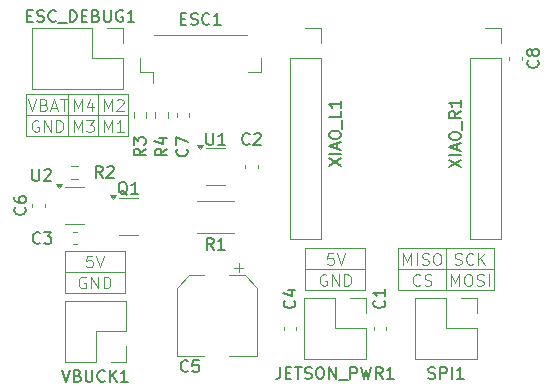
<source format=gbr>
%TF.GenerationSoftware,KiCad,Pcbnew,9.0.0*%
%TF.CreationDate,2025-05-03T14:05:23-04:00*%
%TF.ProjectId,Drone_ESC_Bridge,44726f6e-655f-4455-9343-5f4272696467,v1.1*%
%TF.SameCoordinates,Original*%
%TF.FileFunction,Legend,Top*%
%TF.FilePolarity,Positive*%
%FSLAX46Y46*%
G04 Gerber Fmt 4.6, Leading zero omitted, Abs format (unit mm)*
G04 Created by KiCad (PCBNEW 9.0.0) date 2025-05-03 14:05:23*
%MOMM*%
%LPD*%
G01*
G04 APERTURE LIST*
%ADD10C,0.100000*%
%ADD11C,0.150000*%
%ADD12C,0.120000*%
G04 APERTURE END LIST*
D10*
X151900000Y-127674000D02*
X151900000Y-124118000D01*
X155964000Y-125896000D02*
X147836000Y-125896000D01*
X119934000Y-114634000D02*
X119934000Y-111078000D01*
X116378000Y-111078000D02*
X125014000Y-111078000D01*
X125014000Y-114634000D01*
X116378000Y-114634000D01*
X116378000Y-111078000D01*
X124680000Y-126100000D02*
X119600000Y-126100000D01*
X125014000Y-112856000D02*
X116378000Y-112856000D01*
X147836000Y-124118000D02*
X155964000Y-124118000D01*
X155964000Y-127674000D01*
X147836000Y-127674000D01*
X147836000Y-124118000D01*
X140000000Y-124122000D02*
X145080000Y-124122000D01*
X145080000Y-127678000D01*
X140000000Y-127678000D01*
X140000000Y-124122000D01*
X122474000Y-114634000D02*
X122474000Y-111078000D01*
X119600000Y-124322000D02*
X124680000Y-124322000D01*
X124680000Y-127878000D01*
X119600000Y-127878000D01*
X119600000Y-124322000D01*
X145080000Y-125900000D02*
X140000000Y-125900000D01*
X141778095Y-126344038D02*
X141682857Y-126296419D01*
X141682857Y-126296419D02*
X141540000Y-126296419D01*
X141540000Y-126296419D02*
X141397143Y-126344038D01*
X141397143Y-126344038D02*
X141301905Y-126439276D01*
X141301905Y-126439276D02*
X141254286Y-126534514D01*
X141254286Y-126534514D02*
X141206667Y-126724990D01*
X141206667Y-126724990D02*
X141206667Y-126867847D01*
X141206667Y-126867847D02*
X141254286Y-127058323D01*
X141254286Y-127058323D02*
X141301905Y-127153561D01*
X141301905Y-127153561D02*
X141397143Y-127248800D01*
X141397143Y-127248800D02*
X141540000Y-127296419D01*
X141540000Y-127296419D02*
X141635238Y-127296419D01*
X141635238Y-127296419D02*
X141778095Y-127248800D01*
X141778095Y-127248800D02*
X141825714Y-127201180D01*
X141825714Y-127201180D02*
X141825714Y-126867847D01*
X141825714Y-126867847D02*
X141635238Y-126867847D01*
X142254286Y-127296419D02*
X142254286Y-126296419D01*
X142254286Y-126296419D02*
X142825714Y-127296419D01*
X142825714Y-127296419D02*
X142825714Y-126296419D01*
X143301905Y-127296419D02*
X143301905Y-126296419D01*
X143301905Y-126296419D02*
X143540000Y-126296419D01*
X143540000Y-126296419D02*
X143682857Y-126344038D01*
X143682857Y-126344038D02*
X143778095Y-126439276D01*
X143778095Y-126439276D02*
X143825714Y-126534514D01*
X143825714Y-126534514D02*
X143873333Y-126724990D01*
X143873333Y-126724990D02*
X143873333Y-126867847D01*
X143873333Y-126867847D02*
X143825714Y-127058323D01*
X143825714Y-127058323D02*
X143778095Y-127153561D01*
X143778095Y-127153561D02*
X143682857Y-127248800D01*
X143682857Y-127248800D02*
X143540000Y-127296419D01*
X143540000Y-127296419D02*
X143301905Y-127296419D01*
X122934476Y-114252419D02*
X122934476Y-113252419D01*
X122934476Y-113252419D02*
X123267809Y-113966704D01*
X123267809Y-113966704D02*
X123601142Y-113252419D01*
X123601142Y-113252419D02*
X123601142Y-114252419D01*
X124601142Y-114252419D02*
X124029714Y-114252419D01*
X124315428Y-114252419D02*
X124315428Y-113252419D01*
X124315428Y-113252419D02*
X124220190Y-113395276D01*
X124220190Y-113395276D02*
X124124952Y-113490514D01*
X124124952Y-113490514D02*
X124029714Y-113538133D01*
X121378095Y-126544038D02*
X121282857Y-126496419D01*
X121282857Y-126496419D02*
X121140000Y-126496419D01*
X121140000Y-126496419D02*
X120997143Y-126544038D01*
X120997143Y-126544038D02*
X120901905Y-126639276D01*
X120901905Y-126639276D02*
X120854286Y-126734514D01*
X120854286Y-126734514D02*
X120806667Y-126924990D01*
X120806667Y-126924990D02*
X120806667Y-127067847D01*
X120806667Y-127067847D02*
X120854286Y-127258323D01*
X120854286Y-127258323D02*
X120901905Y-127353561D01*
X120901905Y-127353561D02*
X120997143Y-127448800D01*
X120997143Y-127448800D02*
X121140000Y-127496419D01*
X121140000Y-127496419D02*
X121235238Y-127496419D01*
X121235238Y-127496419D02*
X121378095Y-127448800D01*
X121378095Y-127448800D02*
X121425714Y-127401180D01*
X121425714Y-127401180D02*
X121425714Y-127067847D01*
X121425714Y-127067847D02*
X121235238Y-127067847D01*
X121854286Y-127496419D02*
X121854286Y-126496419D01*
X121854286Y-126496419D02*
X122425714Y-127496419D01*
X122425714Y-127496419D02*
X122425714Y-126496419D01*
X122901905Y-127496419D02*
X122901905Y-126496419D01*
X122901905Y-126496419D02*
X123140000Y-126496419D01*
X123140000Y-126496419D02*
X123282857Y-126544038D01*
X123282857Y-126544038D02*
X123378095Y-126639276D01*
X123378095Y-126639276D02*
X123425714Y-126734514D01*
X123425714Y-126734514D02*
X123473333Y-126924990D01*
X123473333Y-126924990D02*
X123473333Y-127067847D01*
X123473333Y-127067847D02*
X123425714Y-127258323D01*
X123425714Y-127258323D02*
X123378095Y-127353561D01*
X123378095Y-127353561D02*
X123282857Y-127448800D01*
X123282857Y-127448800D02*
X123140000Y-127496419D01*
X123140000Y-127496419D02*
X122901905Y-127496419D01*
X121949523Y-124718419D02*
X121473333Y-124718419D01*
X121473333Y-124718419D02*
X121425714Y-125194609D01*
X121425714Y-125194609D02*
X121473333Y-125146990D01*
X121473333Y-125146990D02*
X121568571Y-125099371D01*
X121568571Y-125099371D02*
X121806666Y-125099371D01*
X121806666Y-125099371D02*
X121901904Y-125146990D01*
X121901904Y-125146990D02*
X121949523Y-125194609D01*
X121949523Y-125194609D02*
X121997142Y-125289847D01*
X121997142Y-125289847D02*
X121997142Y-125527942D01*
X121997142Y-125527942D02*
X121949523Y-125623180D01*
X121949523Y-125623180D02*
X121901904Y-125670800D01*
X121901904Y-125670800D02*
X121806666Y-125718419D01*
X121806666Y-125718419D02*
X121568571Y-125718419D01*
X121568571Y-125718419D02*
X121473333Y-125670800D01*
X121473333Y-125670800D02*
X121425714Y-125623180D01*
X122282857Y-124718419D02*
X122616190Y-125718419D01*
X122616190Y-125718419D02*
X122949523Y-124718419D01*
X149701333Y-127197180D02*
X149653714Y-127244800D01*
X149653714Y-127244800D02*
X149510857Y-127292419D01*
X149510857Y-127292419D02*
X149415619Y-127292419D01*
X149415619Y-127292419D02*
X149272762Y-127244800D01*
X149272762Y-127244800D02*
X149177524Y-127149561D01*
X149177524Y-127149561D02*
X149129905Y-127054323D01*
X149129905Y-127054323D02*
X149082286Y-126863847D01*
X149082286Y-126863847D02*
X149082286Y-126720990D01*
X149082286Y-126720990D02*
X149129905Y-126530514D01*
X149129905Y-126530514D02*
X149177524Y-126435276D01*
X149177524Y-126435276D02*
X149272762Y-126340038D01*
X149272762Y-126340038D02*
X149415619Y-126292419D01*
X149415619Y-126292419D02*
X149510857Y-126292419D01*
X149510857Y-126292419D02*
X149653714Y-126340038D01*
X149653714Y-126340038D02*
X149701333Y-126387657D01*
X150082286Y-127244800D02*
X150225143Y-127292419D01*
X150225143Y-127292419D02*
X150463238Y-127292419D01*
X150463238Y-127292419D02*
X150558476Y-127244800D01*
X150558476Y-127244800D02*
X150606095Y-127197180D01*
X150606095Y-127197180D02*
X150653714Y-127101942D01*
X150653714Y-127101942D02*
X150653714Y-127006704D01*
X150653714Y-127006704D02*
X150606095Y-126911466D01*
X150606095Y-126911466D02*
X150558476Y-126863847D01*
X150558476Y-126863847D02*
X150463238Y-126816228D01*
X150463238Y-126816228D02*
X150272762Y-126768609D01*
X150272762Y-126768609D02*
X150177524Y-126720990D01*
X150177524Y-126720990D02*
X150129905Y-126673371D01*
X150129905Y-126673371D02*
X150082286Y-126578133D01*
X150082286Y-126578133D02*
X150082286Y-126482895D01*
X150082286Y-126482895D02*
X150129905Y-126387657D01*
X150129905Y-126387657D02*
X150177524Y-126340038D01*
X150177524Y-126340038D02*
X150272762Y-126292419D01*
X150272762Y-126292419D02*
X150510857Y-126292419D01*
X150510857Y-126292419D02*
X150653714Y-126340038D01*
X152646286Y-125461800D02*
X152789143Y-125509419D01*
X152789143Y-125509419D02*
X153027238Y-125509419D01*
X153027238Y-125509419D02*
X153122476Y-125461800D01*
X153122476Y-125461800D02*
X153170095Y-125414180D01*
X153170095Y-125414180D02*
X153217714Y-125318942D01*
X153217714Y-125318942D02*
X153217714Y-125223704D01*
X153217714Y-125223704D02*
X153170095Y-125128466D01*
X153170095Y-125128466D02*
X153122476Y-125080847D01*
X153122476Y-125080847D02*
X153027238Y-125033228D01*
X153027238Y-125033228D02*
X152836762Y-124985609D01*
X152836762Y-124985609D02*
X152741524Y-124937990D01*
X152741524Y-124937990D02*
X152693905Y-124890371D01*
X152693905Y-124890371D02*
X152646286Y-124795133D01*
X152646286Y-124795133D02*
X152646286Y-124699895D01*
X152646286Y-124699895D02*
X152693905Y-124604657D01*
X152693905Y-124604657D02*
X152741524Y-124557038D01*
X152741524Y-124557038D02*
X152836762Y-124509419D01*
X152836762Y-124509419D02*
X153074857Y-124509419D01*
X153074857Y-124509419D02*
X153217714Y-124557038D01*
X154217714Y-125414180D02*
X154170095Y-125461800D01*
X154170095Y-125461800D02*
X154027238Y-125509419D01*
X154027238Y-125509419D02*
X153932000Y-125509419D01*
X153932000Y-125509419D02*
X153789143Y-125461800D01*
X153789143Y-125461800D02*
X153693905Y-125366561D01*
X153693905Y-125366561D02*
X153646286Y-125271323D01*
X153646286Y-125271323D02*
X153598667Y-125080847D01*
X153598667Y-125080847D02*
X153598667Y-124937990D01*
X153598667Y-124937990D02*
X153646286Y-124747514D01*
X153646286Y-124747514D02*
X153693905Y-124652276D01*
X153693905Y-124652276D02*
X153789143Y-124557038D01*
X153789143Y-124557038D02*
X153932000Y-124509419D01*
X153932000Y-124509419D02*
X154027238Y-124509419D01*
X154027238Y-124509419D02*
X154170095Y-124557038D01*
X154170095Y-124557038D02*
X154217714Y-124604657D01*
X154646286Y-125509419D02*
X154646286Y-124509419D01*
X155217714Y-125509419D02*
X154789143Y-124937990D01*
X155217714Y-124509419D02*
X154646286Y-125080847D01*
X120394476Y-114252419D02*
X120394476Y-113252419D01*
X120394476Y-113252419D02*
X120727809Y-113966704D01*
X120727809Y-113966704D02*
X121061142Y-113252419D01*
X121061142Y-113252419D02*
X121061142Y-114252419D01*
X121442095Y-113252419D02*
X122061142Y-113252419D01*
X122061142Y-113252419D02*
X121727809Y-113633371D01*
X121727809Y-113633371D02*
X121870666Y-113633371D01*
X121870666Y-113633371D02*
X121965904Y-113680990D01*
X121965904Y-113680990D02*
X122013523Y-113728609D01*
X122013523Y-113728609D02*
X122061142Y-113823847D01*
X122061142Y-113823847D02*
X122061142Y-114061942D01*
X122061142Y-114061942D02*
X122013523Y-114157180D01*
X122013523Y-114157180D02*
X121965904Y-114204800D01*
X121965904Y-114204800D02*
X121870666Y-114252419D01*
X121870666Y-114252419D02*
X121584952Y-114252419D01*
X121584952Y-114252419D02*
X121489714Y-114204800D01*
X121489714Y-114204800D02*
X121442095Y-114157180D01*
X148296572Y-125514419D02*
X148296572Y-124514419D01*
X148296572Y-124514419D02*
X148629905Y-125228704D01*
X148629905Y-125228704D02*
X148963238Y-124514419D01*
X148963238Y-124514419D02*
X148963238Y-125514419D01*
X149439429Y-125514419D02*
X149439429Y-124514419D01*
X149868000Y-125466800D02*
X150010857Y-125514419D01*
X150010857Y-125514419D02*
X150248952Y-125514419D01*
X150248952Y-125514419D02*
X150344190Y-125466800D01*
X150344190Y-125466800D02*
X150391809Y-125419180D01*
X150391809Y-125419180D02*
X150439428Y-125323942D01*
X150439428Y-125323942D02*
X150439428Y-125228704D01*
X150439428Y-125228704D02*
X150391809Y-125133466D01*
X150391809Y-125133466D02*
X150344190Y-125085847D01*
X150344190Y-125085847D02*
X150248952Y-125038228D01*
X150248952Y-125038228D02*
X150058476Y-124990609D01*
X150058476Y-124990609D02*
X149963238Y-124942990D01*
X149963238Y-124942990D02*
X149915619Y-124895371D01*
X149915619Y-124895371D02*
X149868000Y-124800133D01*
X149868000Y-124800133D02*
X149868000Y-124704895D01*
X149868000Y-124704895D02*
X149915619Y-124609657D01*
X149915619Y-124609657D02*
X149963238Y-124562038D01*
X149963238Y-124562038D02*
X150058476Y-124514419D01*
X150058476Y-124514419D02*
X150296571Y-124514419D01*
X150296571Y-124514419D02*
X150439428Y-124562038D01*
X151058476Y-124514419D02*
X151248952Y-124514419D01*
X151248952Y-124514419D02*
X151344190Y-124562038D01*
X151344190Y-124562038D02*
X151439428Y-124657276D01*
X151439428Y-124657276D02*
X151487047Y-124847752D01*
X151487047Y-124847752D02*
X151487047Y-125181085D01*
X151487047Y-125181085D02*
X151439428Y-125371561D01*
X151439428Y-125371561D02*
X151344190Y-125466800D01*
X151344190Y-125466800D02*
X151248952Y-125514419D01*
X151248952Y-125514419D02*
X151058476Y-125514419D01*
X151058476Y-125514419D02*
X150963238Y-125466800D01*
X150963238Y-125466800D02*
X150868000Y-125371561D01*
X150868000Y-125371561D02*
X150820381Y-125181085D01*
X150820381Y-125181085D02*
X150820381Y-124847752D01*
X150820381Y-124847752D02*
X150868000Y-124657276D01*
X150868000Y-124657276D02*
X150963238Y-124562038D01*
X150963238Y-124562038D02*
X151058476Y-124514419D01*
X122934476Y-112474419D02*
X122934476Y-111474419D01*
X122934476Y-111474419D02*
X123267809Y-112188704D01*
X123267809Y-112188704D02*
X123601142Y-111474419D01*
X123601142Y-111474419D02*
X123601142Y-112474419D01*
X124029714Y-111569657D02*
X124077333Y-111522038D01*
X124077333Y-111522038D02*
X124172571Y-111474419D01*
X124172571Y-111474419D02*
X124410666Y-111474419D01*
X124410666Y-111474419D02*
X124505904Y-111522038D01*
X124505904Y-111522038D02*
X124553523Y-111569657D01*
X124553523Y-111569657D02*
X124601142Y-111664895D01*
X124601142Y-111664895D02*
X124601142Y-111760133D01*
X124601142Y-111760133D02*
X124553523Y-111902990D01*
X124553523Y-111902990D02*
X123982095Y-112474419D01*
X123982095Y-112474419D02*
X124601142Y-112474419D01*
X120394476Y-112474419D02*
X120394476Y-111474419D01*
X120394476Y-111474419D02*
X120727809Y-112188704D01*
X120727809Y-112188704D02*
X121061142Y-111474419D01*
X121061142Y-111474419D02*
X121061142Y-112474419D01*
X121965904Y-111807752D02*
X121965904Y-112474419D01*
X121727809Y-111426800D02*
X121489714Y-112141085D01*
X121489714Y-112141085D02*
X122108761Y-112141085D01*
X142349523Y-124518419D02*
X141873333Y-124518419D01*
X141873333Y-124518419D02*
X141825714Y-124994609D01*
X141825714Y-124994609D02*
X141873333Y-124946990D01*
X141873333Y-124946990D02*
X141968571Y-124899371D01*
X141968571Y-124899371D02*
X142206666Y-124899371D01*
X142206666Y-124899371D02*
X142301904Y-124946990D01*
X142301904Y-124946990D02*
X142349523Y-124994609D01*
X142349523Y-124994609D02*
X142397142Y-125089847D01*
X142397142Y-125089847D02*
X142397142Y-125327942D01*
X142397142Y-125327942D02*
X142349523Y-125423180D01*
X142349523Y-125423180D02*
X142301904Y-125470800D01*
X142301904Y-125470800D02*
X142206666Y-125518419D01*
X142206666Y-125518419D02*
X141968571Y-125518419D01*
X141968571Y-125518419D02*
X141873333Y-125470800D01*
X141873333Y-125470800D02*
X141825714Y-125423180D01*
X142682857Y-124518419D02*
X143016190Y-125518419D01*
X143016190Y-125518419D02*
X143349523Y-124518419D01*
X117394095Y-113300038D02*
X117298857Y-113252419D01*
X117298857Y-113252419D02*
X117156000Y-113252419D01*
X117156000Y-113252419D02*
X117013143Y-113300038D01*
X117013143Y-113300038D02*
X116917905Y-113395276D01*
X116917905Y-113395276D02*
X116870286Y-113490514D01*
X116870286Y-113490514D02*
X116822667Y-113680990D01*
X116822667Y-113680990D02*
X116822667Y-113823847D01*
X116822667Y-113823847D02*
X116870286Y-114014323D01*
X116870286Y-114014323D02*
X116917905Y-114109561D01*
X116917905Y-114109561D02*
X117013143Y-114204800D01*
X117013143Y-114204800D02*
X117156000Y-114252419D01*
X117156000Y-114252419D02*
X117251238Y-114252419D01*
X117251238Y-114252419D02*
X117394095Y-114204800D01*
X117394095Y-114204800D02*
X117441714Y-114157180D01*
X117441714Y-114157180D02*
X117441714Y-113823847D01*
X117441714Y-113823847D02*
X117251238Y-113823847D01*
X117870286Y-114252419D02*
X117870286Y-113252419D01*
X117870286Y-113252419D02*
X118441714Y-114252419D01*
X118441714Y-114252419D02*
X118441714Y-113252419D01*
X118917905Y-114252419D02*
X118917905Y-113252419D01*
X118917905Y-113252419D02*
X119156000Y-113252419D01*
X119156000Y-113252419D02*
X119298857Y-113300038D01*
X119298857Y-113300038D02*
X119394095Y-113395276D01*
X119394095Y-113395276D02*
X119441714Y-113490514D01*
X119441714Y-113490514D02*
X119489333Y-113680990D01*
X119489333Y-113680990D02*
X119489333Y-113823847D01*
X119489333Y-113823847D02*
X119441714Y-114014323D01*
X119441714Y-114014323D02*
X119394095Y-114109561D01*
X119394095Y-114109561D02*
X119298857Y-114204800D01*
X119298857Y-114204800D02*
X119156000Y-114252419D01*
X119156000Y-114252419D02*
X118917905Y-114252419D01*
X116513143Y-111474419D02*
X116846476Y-112474419D01*
X116846476Y-112474419D02*
X117179809Y-111474419D01*
X117846476Y-111950609D02*
X117989333Y-111998228D01*
X117989333Y-111998228D02*
X118036952Y-112045847D01*
X118036952Y-112045847D02*
X118084571Y-112141085D01*
X118084571Y-112141085D02*
X118084571Y-112283942D01*
X118084571Y-112283942D02*
X118036952Y-112379180D01*
X118036952Y-112379180D02*
X117989333Y-112426800D01*
X117989333Y-112426800D02*
X117894095Y-112474419D01*
X117894095Y-112474419D02*
X117513143Y-112474419D01*
X117513143Y-112474419D02*
X117513143Y-111474419D01*
X117513143Y-111474419D02*
X117846476Y-111474419D01*
X117846476Y-111474419D02*
X117941714Y-111522038D01*
X117941714Y-111522038D02*
X117989333Y-111569657D01*
X117989333Y-111569657D02*
X118036952Y-111664895D01*
X118036952Y-111664895D02*
X118036952Y-111760133D01*
X118036952Y-111760133D02*
X117989333Y-111855371D01*
X117989333Y-111855371D02*
X117941714Y-111902990D01*
X117941714Y-111902990D02*
X117846476Y-111950609D01*
X117846476Y-111950609D02*
X117513143Y-111950609D01*
X118465524Y-112188704D02*
X118941714Y-112188704D01*
X118370286Y-112474419D02*
X118703619Y-111474419D01*
X118703619Y-111474419D02*
X119036952Y-112474419D01*
X119227429Y-111474419D02*
X119798857Y-111474419D01*
X119513143Y-112474419D02*
X119513143Y-111474419D01*
X152360572Y-127292419D02*
X152360572Y-126292419D01*
X152360572Y-126292419D02*
X152693905Y-127006704D01*
X152693905Y-127006704D02*
X153027238Y-126292419D01*
X153027238Y-126292419D02*
X153027238Y-127292419D01*
X153693905Y-126292419D02*
X153884381Y-126292419D01*
X153884381Y-126292419D02*
X153979619Y-126340038D01*
X153979619Y-126340038D02*
X154074857Y-126435276D01*
X154074857Y-126435276D02*
X154122476Y-126625752D01*
X154122476Y-126625752D02*
X154122476Y-126959085D01*
X154122476Y-126959085D02*
X154074857Y-127149561D01*
X154074857Y-127149561D02*
X153979619Y-127244800D01*
X153979619Y-127244800D02*
X153884381Y-127292419D01*
X153884381Y-127292419D02*
X153693905Y-127292419D01*
X153693905Y-127292419D02*
X153598667Y-127244800D01*
X153598667Y-127244800D02*
X153503429Y-127149561D01*
X153503429Y-127149561D02*
X153455810Y-126959085D01*
X153455810Y-126959085D02*
X153455810Y-126625752D01*
X153455810Y-126625752D02*
X153503429Y-126435276D01*
X153503429Y-126435276D02*
X153598667Y-126340038D01*
X153598667Y-126340038D02*
X153693905Y-126292419D01*
X154503429Y-127244800D02*
X154646286Y-127292419D01*
X154646286Y-127292419D02*
X154884381Y-127292419D01*
X154884381Y-127292419D02*
X154979619Y-127244800D01*
X154979619Y-127244800D02*
X155027238Y-127197180D01*
X155027238Y-127197180D02*
X155074857Y-127101942D01*
X155074857Y-127101942D02*
X155074857Y-127006704D01*
X155074857Y-127006704D02*
X155027238Y-126911466D01*
X155027238Y-126911466D02*
X154979619Y-126863847D01*
X154979619Y-126863847D02*
X154884381Y-126816228D01*
X154884381Y-126816228D02*
X154693905Y-126768609D01*
X154693905Y-126768609D02*
X154598667Y-126720990D01*
X154598667Y-126720990D02*
X154551048Y-126673371D01*
X154551048Y-126673371D02*
X154503429Y-126578133D01*
X154503429Y-126578133D02*
X154503429Y-126482895D01*
X154503429Y-126482895D02*
X154551048Y-126387657D01*
X154551048Y-126387657D02*
X154598667Y-126340038D01*
X154598667Y-126340038D02*
X154693905Y-126292419D01*
X154693905Y-126292419D02*
X154932000Y-126292419D01*
X154932000Y-126292419D02*
X155074857Y-126340038D01*
X155503429Y-127292419D02*
X155503429Y-126292419D01*
D11*
X132213333Y-124232819D02*
X131880000Y-123756628D01*
X131641905Y-124232819D02*
X131641905Y-123232819D01*
X131641905Y-123232819D02*
X132022857Y-123232819D01*
X132022857Y-123232819D02*
X132118095Y-123280438D01*
X132118095Y-123280438D02*
X132165714Y-123328057D01*
X132165714Y-123328057D02*
X132213333Y-123423295D01*
X132213333Y-123423295D02*
X132213333Y-123566152D01*
X132213333Y-123566152D02*
X132165714Y-123661390D01*
X132165714Y-123661390D02*
X132118095Y-123709009D01*
X132118095Y-123709009D02*
X132022857Y-123756628D01*
X132022857Y-123756628D02*
X131641905Y-123756628D01*
X133165714Y-124232819D02*
X132594286Y-124232819D01*
X132880000Y-124232819D02*
X132880000Y-123232819D01*
X132880000Y-123232819D02*
X132784762Y-123375676D01*
X132784762Y-123375676D02*
X132689524Y-123470914D01*
X132689524Y-123470914D02*
X132594286Y-123518533D01*
X150400000Y-135117200D02*
X150542857Y-135164819D01*
X150542857Y-135164819D02*
X150780952Y-135164819D01*
X150780952Y-135164819D02*
X150876190Y-135117200D01*
X150876190Y-135117200D02*
X150923809Y-135069580D01*
X150923809Y-135069580D02*
X150971428Y-134974342D01*
X150971428Y-134974342D02*
X150971428Y-134879104D01*
X150971428Y-134879104D02*
X150923809Y-134783866D01*
X150923809Y-134783866D02*
X150876190Y-134736247D01*
X150876190Y-134736247D02*
X150780952Y-134688628D01*
X150780952Y-134688628D02*
X150590476Y-134641009D01*
X150590476Y-134641009D02*
X150495238Y-134593390D01*
X150495238Y-134593390D02*
X150447619Y-134545771D01*
X150447619Y-134545771D02*
X150400000Y-134450533D01*
X150400000Y-134450533D02*
X150400000Y-134355295D01*
X150400000Y-134355295D02*
X150447619Y-134260057D01*
X150447619Y-134260057D02*
X150495238Y-134212438D01*
X150495238Y-134212438D02*
X150590476Y-134164819D01*
X150590476Y-134164819D02*
X150828571Y-134164819D01*
X150828571Y-134164819D02*
X150971428Y-134212438D01*
X151400000Y-135164819D02*
X151400000Y-134164819D01*
X151400000Y-134164819D02*
X151780952Y-134164819D01*
X151780952Y-134164819D02*
X151876190Y-134212438D01*
X151876190Y-134212438D02*
X151923809Y-134260057D01*
X151923809Y-134260057D02*
X151971428Y-134355295D01*
X151971428Y-134355295D02*
X151971428Y-134498152D01*
X151971428Y-134498152D02*
X151923809Y-134593390D01*
X151923809Y-134593390D02*
X151876190Y-134641009D01*
X151876190Y-134641009D02*
X151780952Y-134688628D01*
X151780952Y-134688628D02*
X151400000Y-134688628D01*
X152400000Y-135164819D02*
X152400000Y-134164819D01*
X153399999Y-135164819D02*
X152828571Y-135164819D01*
X153114285Y-135164819D02*
X153114285Y-134164819D01*
X153114285Y-134164819D02*
X153019047Y-134307676D01*
X153019047Y-134307676D02*
X152923809Y-134402914D01*
X152923809Y-134402914D02*
X152828571Y-134450533D01*
X137857142Y-134159819D02*
X137857142Y-134874104D01*
X137857142Y-134874104D02*
X137809523Y-135016961D01*
X137809523Y-135016961D02*
X137714285Y-135112200D01*
X137714285Y-135112200D02*
X137571428Y-135159819D01*
X137571428Y-135159819D02*
X137476190Y-135159819D01*
X138333333Y-134636009D02*
X138666666Y-134636009D01*
X138809523Y-135159819D02*
X138333333Y-135159819D01*
X138333333Y-135159819D02*
X138333333Y-134159819D01*
X138333333Y-134159819D02*
X138809523Y-134159819D01*
X139095238Y-134159819D02*
X139666666Y-134159819D01*
X139380952Y-135159819D02*
X139380952Y-134159819D01*
X139952381Y-135112200D02*
X140095238Y-135159819D01*
X140095238Y-135159819D02*
X140333333Y-135159819D01*
X140333333Y-135159819D02*
X140428571Y-135112200D01*
X140428571Y-135112200D02*
X140476190Y-135064580D01*
X140476190Y-135064580D02*
X140523809Y-134969342D01*
X140523809Y-134969342D02*
X140523809Y-134874104D01*
X140523809Y-134874104D02*
X140476190Y-134778866D01*
X140476190Y-134778866D02*
X140428571Y-134731247D01*
X140428571Y-134731247D02*
X140333333Y-134683628D01*
X140333333Y-134683628D02*
X140142857Y-134636009D01*
X140142857Y-134636009D02*
X140047619Y-134588390D01*
X140047619Y-134588390D02*
X140000000Y-134540771D01*
X140000000Y-134540771D02*
X139952381Y-134445533D01*
X139952381Y-134445533D02*
X139952381Y-134350295D01*
X139952381Y-134350295D02*
X140000000Y-134255057D01*
X140000000Y-134255057D02*
X140047619Y-134207438D01*
X140047619Y-134207438D02*
X140142857Y-134159819D01*
X140142857Y-134159819D02*
X140380952Y-134159819D01*
X140380952Y-134159819D02*
X140523809Y-134207438D01*
X141142857Y-134159819D02*
X141333333Y-134159819D01*
X141333333Y-134159819D02*
X141428571Y-134207438D01*
X141428571Y-134207438D02*
X141523809Y-134302676D01*
X141523809Y-134302676D02*
X141571428Y-134493152D01*
X141571428Y-134493152D02*
X141571428Y-134826485D01*
X141571428Y-134826485D02*
X141523809Y-135016961D01*
X141523809Y-135016961D02*
X141428571Y-135112200D01*
X141428571Y-135112200D02*
X141333333Y-135159819D01*
X141333333Y-135159819D02*
X141142857Y-135159819D01*
X141142857Y-135159819D02*
X141047619Y-135112200D01*
X141047619Y-135112200D02*
X140952381Y-135016961D01*
X140952381Y-135016961D02*
X140904762Y-134826485D01*
X140904762Y-134826485D02*
X140904762Y-134493152D01*
X140904762Y-134493152D02*
X140952381Y-134302676D01*
X140952381Y-134302676D02*
X141047619Y-134207438D01*
X141047619Y-134207438D02*
X141142857Y-134159819D01*
X142000000Y-135159819D02*
X142000000Y-134159819D01*
X142000000Y-134159819D02*
X142571428Y-135159819D01*
X142571428Y-135159819D02*
X142571428Y-134159819D01*
X142809524Y-135255057D02*
X143571428Y-135255057D01*
X143809524Y-135159819D02*
X143809524Y-134159819D01*
X143809524Y-134159819D02*
X144190476Y-134159819D01*
X144190476Y-134159819D02*
X144285714Y-134207438D01*
X144285714Y-134207438D02*
X144333333Y-134255057D01*
X144333333Y-134255057D02*
X144380952Y-134350295D01*
X144380952Y-134350295D02*
X144380952Y-134493152D01*
X144380952Y-134493152D02*
X144333333Y-134588390D01*
X144333333Y-134588390D02*
X144285714Y-134636009D01*
X144285714Y-134636009D02*
X144190476Y-134683628D01*
X144190476Y-134683628D02*
X143809524Y-134683628D01*
X144714286Y-134159819D02*
X144952381Y-135159819D01*
X144952381Y-135159819D02*
X145142857Y-134445533D01*
X145142857Y-134445533D02*
X145333333Y-135159819D01*
X145333333Y-135159819D02*
X145571429Y-134159819D01*
X146523809Y-135159819D02*
X146190476Y-134683628D01*
X145952381Y-135159819D02*
X145952381Y-134159819D01*
X145952381Y-134159819D02*
X146333333Y-134159819D01*
X146333333Y-134159819D02*
X146428571Y-134207438D01*
X146428571Y-134207438D02*
X146476190Y-134255057D01*
X146476190Y-134255057D02*
X146523809Y-134350295D01*
X146523809Y-134350295D02*
X146523809Y-134493152D01*
X146523809Y-134493152D02*
X146476190Y-134588390D01*
X146476190Y-134588390D02*
X146428571Y-134636009D01*
X146428571Y-134636009D02*
X146333333Y-134683628D01*
X146333333Y-134683628D02*
X145952381Y-134683628D01*
X147476190Y-135159819D02*
X146904762Y-135159819D01*
X147190476Y-135159819D02*
X147190476Y-134159819D01*
X147190476Y-134159819D02*
X147095238Y-134302676D01*
X147095238Y-134302676D02*
X147000000Y-134397914D01*
X147000000Y-134397914D02*
X146904762Y-134445533D01*
X129443333Y-104661009D02*
X129776666Y-104661009D01*
X129919523Y-105184819D02*
X129443333Y-105184819D01*
X129443333Y-105184819D02*
X129443333Y-104184819D01*
X129443333Y-104184819D02*
X129919523Y-104184819D01*
X130300476Y-105137200D02*
X130443333Y-105184819D01*
X130443333Y-105184819D02*
X130681428Y-105184819D01*
X130681428Y-105184819D02*
X130776666Y-105137200D01*
X130776666Y-105137200D02*
X130824285Y-105089580D01*
X130824285Y-105089580D02*
X130871904Y-104994342D01*
X130871904Y-104994342D02*
X130871904Y-104899104D01*
X130871904Y-104899104D02*
X130824285Y-104803866D01*
X130824285Y-104803866D02*
X130776666Y-104756247D01*
X130776666Y-104756247D02*
X130681428Y-104708628D01*
X130681428Y-104708628D02*
X130490952Y-104661009D01*
X130490952Y-104661009D02*
X130395714Y-104613390D01*
X130395714Y-104613390D02*
X130348095Y-104565771D01*
X130348095Y-104565771D02*
X130300476Y-104470533D01*
X130300476Y-104470533D02*
X130300476Y-104375295D01*
X130300476Y-104375295D02*
X130348095Y-104280057D01*
X130348095Y-104280057D02*
X130395714Y-104232438D01*
X130395714Y-104232438D02*
X130490952Y-104184819D01*
X130490952Y-104184819D02*
X130729047Y-104184819D01*
X130729047Y-104184819D02*
X130871904Y-104232438D01*
X131871904Y-105089580D02*
X131824285Y-105137200D01*
X131824285Y-105137200D02*
X131681428Y-105184819D01*
X131681428Y-105184819D02*
X131586190Y-105184819D01*
X131586190Y-105184819D02*
X131443333Y-105137200D01*
X131443333Y-105137200D02*
X131348095Y-105041961D01*
X131348095Y-105041961D02*
X131300476Y-104946723D01*
X131300476Y-104946723D02*
X131252857Y-104756247D01*
X131252857Y-104756247D02*
X131252857Y-104613390D01*
X131252857Y-104613390D02*
X131300476Y-104422914D01*
X131300476Y-104422914D02*
X131348095Y-104327676D01*
X131348095Y-104327676D02*
X131443333Y-104232438D01*
X131443333Y-104232438D02*
X131586190Y-104184819D01*
X131586190Y-104184819D02*
X131681428Y-104184819D01*
X131681428Y-104184819D02*
X131824285Y-104232438D01*
X131824285Y-104232438D02*
X131871904Y-104280057D01*
X132824285Y-105184819D02*
X132252857Y-105184819D01*
X132538571Y-105184819D02*
X132538571Y-104184819D01*
X132538571Y-104184819D02*
X132443333Y-104327676D01*
X132443333Y-104327676D02*
X132348095Y-104422914D01*
X132348095Y-104422914D02*
X132252857Y-104470533D01*
X116229580Y-120642666D02*
X116277200Y-120690285D01*
X116277200Y-120690285D02*
X116324819Y-120833142D01*
X116324819Y-120833142D02*
X116324819Y-120928380D01*
X116324819Y-120928380D02*
X116277200Y-121071237D01*
X116277200Y-121071237D02*
X116181961Y-121166475D01*
X116181961Y-121166475D02*
X116086723Y-121214094D01*
X116086723Y-121214094D02*
X115896247Y-121261713D01*
X115896247Y-121261713D02*
X115753390Y-121261713D01*
X115753390Y-121261713D02*
X115562914Y-121214094D01*
X115562914Y-121214094D02*
X115467676Y-121166475D01*
X115467676Y-121166475D02*
X115372438Y-121071237D01*
X115372438Y-121071237D02*
X115324819Y-120928380D01*
X115324819Y-120928380D02*
X115324819Y-120833142D01*
X115324819Y-120833142D02*
X115372438Y-120690285D01*
X115372438Y-120690285D02*
X115420057Y-120642666D01*
X115324819Y-119785523D02*
X115324819Y-119975999D01*
X115324819Y-119975999D02*
X115372438Y-120071237D01*
X115372438Y-120071237D02*
X115420057Y-120118856D01*
X115420057Y-120118856D02*
X115562914Y-120214094D01*
X115562914Y-120214094D02*
X115753390Y-120261713D01*
X115753390Y-120261713D02*
X116134342Y-120261713D01*
X116134342Y-120261713D02*
X116229580Y-120214094D01*
X116229580Y-120214094D02*
X116277200Y-120166475D01*
X116277200Y-120166475D02*
X116324819Y-120071237D01*
X116324819Y-120071237D02*
X116324819Y-119880761D01*
X116324819Y-119880761D02*
X116277200Y-119785523D01*
X116277200Y-119785523D02*
X116229580Y-119737904D01*
X116229580Y-119737904D02*
X116134342Y-119690285D01*
X116134342Y-119690285D02*
X115896247Y-119690285D01*
X115896247Y-119690285D02*
X115801009Y-119737904D01*
X115801009Y-119737904D02*
X115753390Y-119785523D01*
X115753390Y-119785523D02*
X115705771Y-119880761D01*
X115705771Y-119880761D02*
X115705771Y-120071237D01*
X115705771Y-120071237D02*
X115753390Y-120166475D01*
X115753390Y-120166475D02*
X115801009Y-120214094D01*
X115801009Y-120214094D02*
X115896247Y-120261713D01*
X129959580Y-115704166D02*
X130007200Y-115751785D01*
X130007200Y-115751785D02*
X130054819Y-115894642D01*
X130054819Y-115894642D02*
X130054819Y-115989880D01*
X130054819Y-115989880D02*
X130007200Y-116132737D01*
X130007200Y-116132737D02*
X129911961Y-116227975D01*
X129911961Y-116227975D02*
X129816723Y-116275594D01*
X129816723Y-116275594D02*
X129626247Y-116323213D01*
X129626247Y-116323213D02*
X129483390Y-116323213D01*
X129483390Y-116323213D02*
X129292914Y-116275594D01*
X129292914Y-116275594D02*
X129197676Y-116227975D01*
X129197676Y-116227975D02*
X129102438Y-116132737D01*
X129102438Y-116132737D02*
X129054819Y-115989880D01*
X129054819Y-115989880D02*
X129054819Y-115894642D01*
X129054819Y-115894642D02*
X129102438Y-115751785D01*
X129102438Y-115751785D02*
X129150057Y-115704166D01*
X129054819Y-115370832D02*
X129054819Y-114704166D01*
X129054819Y-114704166D02*
X130054819Y-115132737D01*
X126454819Y-115666666D02*
X125978628Y-115999999D01*
X126454819Y-116238094D02*
X125454819Y-116238094D01*
X125454819Y-116238094D02*
X125454819Y-115857142D01*
X125454819Y-115857142D02*
X125502438Y-115761904D01*
X125502438Y-115761904D02*
X125550057Y-115714285D01*
X125550057Y-115714285D02*
X125645295Y-115666666D01*
X125645295Y-115666666D02*
X125788152Y-115666666D01*
X125788152Y-115666666D02*
X125883390Y-115714285D01*
X125883390Y-115714285D02*
X125931009Y-115761904D01*
X125931009Y-115761904D02*
X125978628Y-115857142D01*
X125978628Y-115857142D02*
X125978628Y-116238094D01*
X125454819Y-115333332D02*
X125454819Y-114714285D01*
X125454819Y-114714285D02*
X125835771Y-115047618D01*
X125835771Y-115047618D02*
X125835771Y-114904761D01*
X125835771Y-114904761D02*
X125883390Y-114809523D01*
X125883390Y-114809523D02*
X125931009Y-114761904D01*
X125931009Y-114761904D02*
X126026247Y-114714285D01*
X126026247Y-114714285D02*
X126264342Y-114714285D01*
X126264342Y-114714285D02*
X126359580Y-114761904D01*
X126359580Y-114761904D02*
X126407200Y-114809523D01*
X126407200Y-114809523D02*
X126454819Y-114904761D01*
X126454819Y-114904761D02*
X126454819Y-115190475D01*
X126454819Y-115190475D02*
X126407200Y-115285713D01*
X126407200Y-115285713D02*
X126359580Y-115333332D01*
X135261333Y-115247580D02*
X135213714Y-115295200D01*
X135213714Y-115295200D02*
X135070857Y-115342819D01*
X135070857Y-115342819D02*
X134975619Y-115342819D01*
X134975619Y-115342819D02*
X134832762Y-115295200D01*
X134832762Y-115295200D02*
X134737524Y-115199961D01*
X134737524Y-115199961D02*
X134689905Y-115104723D01*
X134689905Y-115104723D02*
X134642286Y-114914247D01*
X134642286Y-114914247D02*
X134642286Y-114771390D01*
X134642286Y-114771390D02*
X134689905Y-114580914D01*
X134689905Y-114580914D02*
X134737524Y-114485676D01*
X134737524Y-114485676D02*
X134832762Y-114390438D01*
X134832762Y-114390438D02*
X134975619Y-114342819D01*
X134975619Y-114342819D02*
X135070857Y-114342819D01*
X135070857Y-114342819D02*
X135213714Y-114390438D01*
X135213714Y-114390438D02*
X135261333Y-114438057D01*
X135642286Y-114438057D02*
X135689905Y-114390438D01*
X135689905Y-114390438D02*
X135785143Y-114342819D01*
X135785143Y-114342819D02*
X136023238Y-114342819D01*
X136023238Y-114342819D02*
X136118476Y-114390438D01*
X136118476Y-114390438D02*
X136166095Y-114438057D01*
X136166095Y-114438057D02*
X136213714Y-114533295D01*
X136213714Y-114533295D02*
X136213714Y-114628533D01*
X136213714Y-114628533D02*
X136166095Y-114771390D01*
X136166095Y-114771390D02*
X135594667Y-115342819D01*
X135594667Y-115342819D02*
X136213714Y-115342819D01*
X146654580Y-128531666D02*
X146702200Y-128579285D01*
X146702200Y-128579285D02*
X146749819Y-128722142D01*
X146749819Y-128722142D02*
X146749819Y-128817380D01*
X146749819Y-128817380D02*
X146702200Y-128960237D01*
X146702200Y-128960237D02*
X146606961Y-129055475D01*
X146606961Y-129055475D02*
X146511723Y-129103094D01*
X146511723Y-129103094D02*
X146321247Y-129150713D01*
X146321247Y-129150713D02*
X146178390Y-129150713D01*
X146178390Y-129150713D02*
X145987914Y-129103094D01*
X145987914Y-129103094D02*
X145892676Y-129055475D01*
X145892676Y-129055475D02*
X145797438Y-128960237D01*
X145797438Y-128960237D02*
X145749819Y-128817380D01*
X145749819Y-128817380D02*
X145749819Y-128722142D01*
X145749819Y-128722142D02*
X145797438Y-128579285D01*
X145797438Y-128579285D02*
X145845057Y-128531666D01*
X146749819Y-127579285D02*
X146749819Y-128150713D01*
X146749819Y-127864999D02*
X145749819Y-127864999D01*
X145749819Y-127864999D02*
X145892676Y-127960237D01*
X145892676Y-127960237D02*
X145987914Y-128055475D01*
X145987914Y-128055475D02*
X146035533Y-128150713D01*
X119386667Y-134408819D02*
X119720000Y-135408819D01*
X119720000Y-135408819D02*
X120053333Y-134408819D01*
X120720000Y-134885009D02*
X120862857Y-134932628D01*
X120862857Y-134932628D02*
X120910476Y-134980247D01*
X120910476Y-134980247D02*
X120958095Y-135075485D01*
X120958095Y-135075485D02*
X120958095Y-135218342D01*
X120958095Y-135218342D02*
X120910476Y-135313580D01*
X120910476Y-135313580D02*
X120862857Y-135361200D01*
X120862857Y-135361200D02*
X120767619Y-135408819D01*
X120767619Y-135408819D02*
X120386667Y-135408819D01*
X120386667Y-135408819D02*
X120386667Y-134408819D01*
X120386667Y-134408819D02*
X120720000Y-134408819D01*
X120720000Y-134408819D02*
X120815238Y-134456438D01*
X120815238Y-134456438D02*
X120862857Y-134504057D01*
X120862857Y-134504057D02*
X120910476Y-134599295D01*
X120910476Y-134599295D02*
X120910476Y-134694533D01*
X120910476Y-134694533D02*
X120862857Y-134789771D01*
X120862857Y-134789771D02*
X120815238Y-134837390D01*
X120815238Y-134837390D02*
X120720000Y-134885009D01*
X120720000Y-134885009D02*
X120386667Y-134885009D01*
X121386667Y-134408819D02*
X121386667Y-135218342D01*
X121386667Y-135218342D02*
X121434286Y-135313580D01*
X121434286Y-135313580D02*
X121481905Y-135361200D01*
X121481905Y-135361200D02*
X121577143Y-135408819D01*
X121577143Y-135408819D02*
X121767619Y-135408819D01*
X121767619Y-135408819D02*
X121862857Y-135361200D01*
X121862857Y-135361200D02*
X121910476Y-135313580D01*
X121910476Y-135313580D02*
X121958095Y-135218342D01*
X121958095Y-135218342D02*
X121958095Y-134408819D01*
X123005714Y-135313580D02*
X122958095Y-135361200D01*
X122958095Y-135361200D02*
X122815238Y-135408819D01*
X122815238Y-135408819D02*
X122720000Y-135408819D01*
X122720000Y-135408819D02*
X122577143Y-135361200D01*
X122577143Y-135361200D02*
X122481905Y-135265961D01*
X122481905Y-135265961D02*
X122434286Y-135170723D01*
X122434286Y-135170723D02*
X122386667Y-134980247D01*
X122386667Y-134980247D02*
X122386667Y-134837390D01*
X122386667Y-134837390D02*
X122434286Y-134646914D01*
X122434286Y-134646914D02*
X122481905Y-134551676D01*
X122481905Y-134551676D02*
X122577143Y-134456438D01*
X122577143Y-134456438D02*
X122720000Y-134408819D01*
X122720000Y-134408819D02*
X122815238Y-134408819D01*
X122815238Y-134408819D02*
X122958095Y-134456438D01*
X122958095Y-134456438D02*
X123005714Y-134504057D01*
X123434286Y-135408819D02*
X123434286Y-134408819D01*
X124005714Y-135408819D02*
X123577143Y-134837390D01*
X124005714Y-134408819D02*
X123434286Y-134980247D01*
X124958095Y-135408819D02*
X124386667Y-135408819D01*
X124672381Y-135408819D02*
X124672381Y-134408819D01*
X124672381Y-134408819D02*
X124577143Y-134551676D01*
X124577143Y-134551676D02*
X124481905Y-134646914D01*
X124481905Y-134646914D02*
X124386667Y-134694533D01*
X131618095Y-114342819D02*
X131618095Y-115152342D01*
X131618095Y-115152342D02*
X131665714Y-115247580D01*
X131665714Y-115247580D02*
X131713333Y-115295200D01*
X131713333Y-115295200D02*
X131808571Y-115342819D01*
X131808571Y-115342819D02*
X131999047Y-115342819D01*
X131999047Y-115342819D02*
X132094285Y-115295200D01*
X132094285Y-115295200D02*
X132141904Y-115247580D01*
X132141904Y-115247580D02*
X132189523Y-115152342D01*
X132189523Y-115152342D02*
X132189523Y-114342819D01*
X133189523Y-115342819D02*
X132618095Y-115342819D01*
X132903809Y-115342819D02*
X132903809Y-114342819D01*
X132903809Y-114342819D02*
X132808571Y-114485676D01*
X132808571Y-114485676D02*
X132713333Y-114580914D01*
X132713333Y-114580914D02*
X132618095Y-114628533D01*
X124918761Y-119576057D02*
X124823523Y-119528438D01*
X124823523Y-119528438D02*
X124728285Y-119433200D01*
X124728285Y-119433200D02*
X124585428Y-119290342D01*
X124585428Y-119290342D02*
X124490190Y-119242723D01*
X124490190Y-119242723D02*
X124394952Y-119242723D01*
X124442571Y-119480819D02*
X124347333Y-119433200D01*
X124347333Y-119433200D02*
X124252095Y-119337961D01*
X124252095Y-119337961D02*
X124204476Y-119147485D01*
X124204476Y-119147485D02*
X124204476Y-118814152D01*
X124204476Y-118814152D02*
X124252095Y-118623676D01*
X124252095Y-118623676D02*
X124347333Y-118528438D01*
X124347333Y-118528438D02*
X124442571Y-118480819D01*
X124442571Y-118480819D02*
X124633047Y-118480819D01*
X124633047Y-118480819D02*
X124728285Y-118528438D01*
X124728285Y-118528438D02*
X124823523Y-118623676D01*
X124823523Y-118623676D02*
X124871142Y-118814152D01*
X124871142Y-118814152D02*
X124871142Y-119147485D01*
X124871142Y-119147485D02*
X124823523Y-119337961D01*
X124823523Y-119337961D02*
X124728285Y-119433200D01*
X124728285Y-119433200D02*
X124633047Y-119480819D01*
X124633047Y-119480819D02*
X124442571Y-119480819D01*
X125823523Y-119480819D02*
X125252095Y-119480819D01*
X125537809Y-119480819D02*
X125537809Y-118480819D01*
X125537809Y-118480819D02*
X125442571Y-118623676D01*
X125442571Y-118623676D02*
X125347333Y-118718914D01*
X125347333Y-118718914D02*
X125252095Y-118766533D01*
X130047333Y-134477580D02*
X129999714Y-134525200D01*
X129999714Y-134525200D02*
X129856857Y-134572819D01*
X129856857Y-134572819D02*
X129761619Y-134572819D01*
X129761619Y-134572819D02*
X129618762Y-134525200D01*
X129618762Y-134525200D02*
X129523524Y-134429961D01*
X129523524Y-134429961D02*
X129475905Y-134334723D01*
X129475905Y-134334723D02*
X129428286Y-134144247D01*
X129428286Y-134144247D02*
X129428286Y-134001390D01*
X129428286Y-134001390D02*
X129475905Y-133810914D01*
X129475905Y-133810914D02*
X129523524Y-133715676D01*
X129523524Y-133715676D02*
X129618762Y-133620438D01*
X129618762Y-133620438D02*
X129761619Y-133572819D01*
X129761619Y-133572819D02*
X129856857Y-133572819D01*
X129856857Y-133572819D02*
X129999714Y-133620438D01*
X129999714Y-133620438D02*
X130047333Y-133668057D01*
X130952095Y-133572819D02*
X130475905Y-133572819D01*
X130475905Y-133572819D02*
X130428286Y-134049009D01*
X130428286Y-134049009D02*
X130475905Y-134001390D01*
X130475905Y-134001390D02*
X130571143Y-133953771D01*
X130571143Y-133953771D02*
X130809238Y-133953771D01*
X130809238Y-133953771D02*
X130904476Y-134001390D01*
X130904476Y-134001390D02*
X130952095Y-134049009D01*
X130952095Y-134049009D02*
X130999714Y-134144247D01*
X130999714Y-134144247D02*
X130999714Y-134382342D01*
X130999714Y-134382342D02*
X130952095Y-134477580D01*
X130952095Y-134477580D02*
X130904476Y-134525200D01*
X130904476Y-134525200D02*
X130809238Y-134572819D01*
X130809238Y-134572819D02*
X130571143Y-134572819D01*
X130571143Y-134572819D02*
X130475905Y-134525200D01*
X130475905Y-134525200D02*
X130428286Y-134477580D01*
X117539333Y-123629580D02*
X117491714Y-123677200D01*
X117491714Y-123677200D02*
X117348857Y-123724819D01*
X117348857Y-123724819D02*
X117253619Y-123724819D01*
X117253619Y-123724819D02*
X117110762Y-123677200D01*
X117110762Y-123677200D02*
X117015524Y-123581961D01*
X117015524Y-123581961D02*
X116967905Y-123486723D01*
X116967905Y-123486723D02*
X116920286Y-123296247D01*
X116920286Y-123296247D02*
X116920286Y-123153390D01*
X116920286Y-123153390D02*
X116967905Y-122962914D01*
X116967905Y-122962914D02*
X117015524Y-122867676D01*
X117015524Y-122867676D02*
X117110762Y-122772438D01*
X117110762Y-122772438D02*
X117253619Y-122724819D01*
X117253619Y-122724819D02*
X117348857Y-122724819D01*
X117348857Y-122724819D02*
X117491714Y-122772438D01*
X117491714Y-122772438D02*
X117539333Y-122820057D01*
X117872667Y-122724819D02*
X118491714Y-122724819D01*
X118491714Y-122724819D02*
X118158381Y-123105771D01*
X118158381Y-123105771D02*
X118301238Y-123105771D01*
X118301238Y-123105771D02*
X118396476Y-123153390D01*
X118396476Y-123153390D02*
X118444095Y-123201009D01*
X118444095Y-123201009D02*
X118491714Y-123296247D01*
X118491714Y-123296247D02*
X118491714Y-123534342D01*
X118491714Y-123534342D02*
X118444095Y-123629580D01*
X118444095Y-123629580D02*
X118396476Y-123677200D01*
X118396476Y-123677200D02*
X118301238Y-123724819D01*
X118301238Y-123724819D02*
X118015524Y-123724819D01*
X118015524Y-123724819D02*
X117920286Y-123677200D01*
X117920286Y-123677200D02*
X117872667Y-123629580D01*
X139054580Y-128531666D02*
X139102200Y-128579285D01*
X139102200Y-128579285D02*
X139149819Y-128722142D01*
X139149819Y-128722142D02*
X139149819Y-128817380D01*
X139149819Y-128817380D02*
X139102200Y-128960237D01*
X139102200Y-128960237D02*
X139006961Y-129055475D01*
X139006961Y-129055475D02*
X138911723Y-129103094D01*
X138911723Y-129103094D02*
X138721247Y-129150713D01*
X138721247Y-129150713D02*
X138578390Y-129150713D01*
X138578390Y-129150713D02*
X138387914Y-129103094D01*
X138387914Y-129103094D02*
X138292676Y-129055475D01*
X138292676Y-129055475D02*
X138197438Y-128960237D01*
X138197438Y-128960237D02*
X138149819Y-128817380D01*
X138149819Y-128817380D02*
X138149819Y-128722142D01*
X138149819Y-128722142D02*
X138197438Y-128579285D01*
X138197438Y-128579285D02*
X138245057Y-128531666D01*
X138483152Y-127674523D02*
X139149819Y-127674523D01*
X138102200Y-127912618D02*
X138816485Y-128150713D01*
X138816485Y-128150713D02*
X138816485Y-127531666D01*
X116426190Y-104405009D02*
X116759523Y-104405009D01*
X116902380Y-104928819D02*
X116426190Y-104928819D01*
X116426190Y-104928819D02*
X116426190Y-103928819D01*
X116426190Y-103928819D02*
X116902380Y-103928819D01*
X117283333Y-104881200D02*
X117426190Y-104928819D01*
X117426190Y-104928819D02*
X117664285Y-104928819D01*
X117664285Y-104928819D02*
X117759523Y-104881200D01*
X117759523Y-104881200D02*
X117807142Y-104833580D01*
X117807142Y-104833580D02*
X117854761Y-104738342D01*
X117854761Y-104738342D02*
X117854761Y-104643104D01*
X117854761Y-104643104D02*
X117807142Y-104547866D01*
X117807142Y-104547866D02*
X117759523Y-104500247D01*
X117759523Y-104500247D02*
X117664285Y-104452628D01*
X117664285Y-104452628D02*
X117473809Y-104405009D01*
X117473809Y-104405009D02*
X117378571Y-104357390D01*
X117378571Y-104357390D02*
X117330952Y-104309771D01*
X117330952Y-104309771D02*
X117283333Y-104214533D01*
X117283333Y-104214533D02*
X117283333Y-104119295D01*
X117283333Y-104119295D02*
X117330952Y-104024057D01*
X117330952Y-104024057D02*
X117378571Y-103976438D01*
X117378571Y-103976438D02*
X117473809Y-103928819D01*
X117473809Y-103928819D02*
X117711904Y-103928819D01*
X117711904Y-103928819D02*
X117854761Y-103976438D01*
X118854761Y-104833580D02*
X118807142Y-104881200D01*
X118807142Y-104881200D02*
X118664285Y-104928819D01*
X118664285Y-104928819D02*
X118569047Y-104928819D01*
X118569047Y-104928819D02*
X118426190Y-104881200D01*
X118426190Y-104881200D02*
X118330952Y-104785961D01*
X118330952Y-104785961D02*
X118283333Y-104690723D01*
X118283333Y-104690723D02*
X118235714Y-104500247D01*
X118235714Y-104500247D02*
X118235714Y-104357390D01*
X118235714Y-104357390D02*
X118283333Y-104166914D01*
X118283333Y-104166914D02*
X118330952Y-104071676D01*
X118330952Y-104071676D02*
X118426190Y-103976438D01*
X118426190Y-103976438D02*
X118569047Y-103928819D01*
X118569047Y-103928819D02*
X118664285Y-103928819D01*
X118664285Y-103928819D02*
X118807142Y-103976438D01*
X118807142Y-103976438D02*
X118854761Y-104024057D01*
X119045238Y-105024057D02*
X119807142Y-105024057D01*
X120045238Y-104928819D02*
X120045238Y-103928819D01*
X120045238Y-103928819D02*
X120283333Y-103928819D01*
X120283333Y-103928819D02*
X120426190Y-103976438D01*
X120426190Y-103976438D02*
X120521428Y-104071676D01*
X120521428Y-104071676D02*
X120569047Y-104166914D01*
X120569047Y-104166914D02*
X120616666Y-104357390D01*
X120616666Y-104357390D02*
X120616666Y-104500247D01*
X120616666Y-104500247D02*
X120569047Y-104690723D01*
X120569047Y-104690723D02*
X120521428Y-104785961D01*
X120521428Y-104785961D02*
X120426190Y-104881200D01*
X120426190Y-104881200D02*
X120283333Y-104928819D01*
X120283333Y-104928819D02*
X120045238Y-104928819D01*
X121045238Y-104405009D02*
X121378571Y-104405009D01*
X121521428Y-104928819D02*
X121045238Y-104928819D01*
X121045238Y-104928819D02*
X121045238Y-103928819D01*
X121045238Y-103928819D02*
X121521428Y-103928819D01*
X122283333Y-104405009D02*
X122426190Y-104452628D01*
X122426190Y-104452628D02*
X122473809Y-104500247D01*
X122473809Y-104500247D02*
X122521428Y-104595485D01*
X122521428Y-104595485D02*
X122521428Y-104738342D01*
X122521428Y-104738342D02*
X122473809Y-104833580D01*
X122473809Y-104833580D02*
X122426190Y-104881200D01*
X122426190Y-104881200D02*
X122330952Y-104928819D01*
X122330952Y-104928819D02*
X121950000Y-104928819D01*
X121950000Y-104928819D02*
X121950000Y-103928819D01*
X121950000Y-103928819D02*
X122283333Y-103928819D01*
X122283333Y-103928819D02*
X122378571Y-103976438D01*
X122378571Y-103976438D02*
X122426190Y-104024057D01*
X122426190Y-104024057D02*
X122473809Y-104119295D01*
X122473809Y-104119295D02*
X122473809Y-104214533D01*
X122473809Y-104214533D02*
X122426190Y-104309771D01*
X122426190Y-104309771D02*
X122378571Y-104357390D01*
X122378571Y-104357390D02*
X122283333Y-104405009D01*
X122283333Y-104405009D02*
X121950000Y-104405009D01*
X122950000Y-103928819D02*
X122950000Y-104738342D01*
X122950000Y-104738342D02*
X122997619Y-104833580D01*
X122997619Y-104833580D02*
X123045238Y-104881200D01*
X123045238Y-104881200D02*
X123140476Y-104928819D01*
X123140476Y-104928819D02*
X123330952Y-104928819D01*
X123330952Y-104928819D02*
X123426190Y-104881200D01*
X123426190Y-104881200D02*
X123473809Y-104833580D01*
X123473809Y-104833580D02*
X123521428Y-104738342D01*
X123521428Y-104738342D02*
X123521428Y-103928819D01*
X124521428Y-103976438D02*
X124426190Y-103928819D01*
X124426190Y-103928819D02*
X124283333Y-103928819D01*
X124283333Y-103928819D02*
X124140476Y-103976438D01*
X124140476Y-103976438D02*
X124045238Y-104071676D01*
X124045238Y-104071676D02*
X123997619Y-104166914D01*
X123997619Y-104166914D02*
X123950000Y-104357390D01*
X123950000Y-104357390D02*
X123950000Y-104500247D01*
X123950000Y-104500247D02*
X123997619Y-104690723D01*
X123997619Y-104690723D02*
X124045238Y-104785961D01*
X124045238Y-104785961D02*
X124140476Y-104881200D01*
X124140476Y-104881200D02*
X124283333Y-104928819D01*
X124283333Y-104928819D02*
X124378571Y-104928819D01*
X124378571Y-104928819D02*
X124521428Y-104881200D01*
X124521428Y-104881200D02*
X124569047Y-104833580D01*
X124569047Y-104833580D02*
X124569047Y-104500247D01*
X124569047Y-104500247D02*
X124378571Y-104500247D01*
X125521428Y-104928819D02*
X124950000Y-104928819D01*
X125235714Y-104928819D02*
X125235714Y-103928819D01*
X125235714Y-103928819D02*
X125140476Y-104071676D01*
X125140476Y-104071676D02*
X125045238Y-104166914D01*
X125045238Y-104166914D02*
X124950000Y-104214533D01*
X159663580Y-108196666D02*
X159711200Y-108244285D01*
X159711200Y-108244285D02*
X159758819Y-108387142D01*
X159758819Y-108387142D02*
X159758819Y-108482380D01*
X159758819Y-108482380D02*
X159711200Y-108625237D01*
X159711200Y-108625237D02*
X159615961Y-108720475D01*
X159615961Y-108720475D02*
X159520723Y-108768094D01*
X159520723Y-108768094D02*
X159330247Y-108815713D01*
X159330247Y-108815713D02*
X159187390Y-108815713D01*
X159187390Y-108815713D02*
X158996914Y-108768094D01*
X158996914Y-108768094D02*
X158901676Y-108720475D01*
X158901676Y-108720475D02*
X158806438Y-108625237D01*
X158806438Y-108625237D02*
X158758819Y-108482380D01*
X158758819Y-108482380D02*
X158758819Y-108387142D01*
X158758819Y-108387142D02*
X158806438Y-108244285D01*
X158806438Y-108244285D02*
X158854057Y-108196666D01*
X159187390Y-107625237D02*
X159139771Y-107720475D01*
X159139771Y-107720475D02*
X159092152Y-107768094D01*
X159092152Y-107768094D02*
X158996914Y-107815713D01*
X158996914Y-107815713D02*
X158949295Y-107815713D01*
X158949295Y-107815713D02*
X158854057Y-107768094D01*
X158854057Y-107768094D02*
X158806438Y-107720475D01*
X158806438Y-107720475D02*
X158758819Y-107625237D01*
X158758819Y-107625237D02*
X158758819Y-107434761D01*
X158758819Y-107434761D02*
X158806438Y-107339523D01*
X158806438Y-107339523D02*
X158854057Y-107291904D01*
X158854057Y-107291904D02*
X158949295Y-107244285D01*
X158949295Y-107244285D02*
X158996914Y-107244285D01*
X158996914Y-107244285D02*
X159092152Y-107291904D01*
X159092152Y-107291904D02*
X159139771Y-107339523D01*
X159139771Y-107339523D02*
X159187390Y-107434761D01*
X159187390Y-107434761D02*
X159187390Y-107625237D01*
X159187390Y-107625237D02*
X159235009Y-107720475D01*
X159235009Y-107720475D02*
X159282628Y-107768094D01*
X159282628Y-107768094D02*
X159377866Y-107815713D01*
X159377866Y-107815713D02*
X159568342Y-107815713D01*
X159568342Y-107815713D02*
X159663580Y-107768094D01*
X159663580Y-107768094D02*
X159711200Y-107720475D01*
X159711200Y-107720475D02*
X159758819Y-107625237D01*
X159758819Y-107625237D02*
X159758819Y-107434761D01*
X159758819Y-107434761D02*
X159711200Y-107339523D01*
X159711200Y-107339523D02*
X159663580Y-107291904D01*
X159663580Y-107291904D02*
X159568342Y-107244285D01*
X159568342Y-107244285D02*
X159377866Y-107244285D01*
X159377866Y-107244285D02*
X159282628Y-107291904D01*
X159282628Y-107291904D02*
X159235009Y-107339523D01*
X159235009Y-107339523D02*
X159187390Y-107434761D01*
X122815333Y-118136819D02*
X122482000Y-117660628D01*
X122243905Y-118136819D02*
X122243905Y-117136819D01*
X122243905Y-117136819D02*
X122624857Y-117136819D01*
X122624857Y-117136819D02*
X122720095Y-117184438D01*
X122720095Y-117184438D02*
X122767714Y-117232057D01*
X122767714Y-117232057D02*
X122815333Y-117327295D01*
X122815333Y-117327295D02*
X122815333Y-117470152D01*
X122815333Y-117470152D02*
X122767714Y-117565390D01*
X122767714Y-117565390D02*
X122720095Y-117613009D01*
X122720095Y-117613009D02*
X122624857Y-117660628D01*
X122624857Y-117660628D02*
X122243905Y-117660628D01*
X123196286Y-117232057D02*
X123243905Y-117184438D01*
X123243905Y-117184438D02*
X123339143Y-117136819D01*
X123339143Y-117136819D02*
X123577238Y-117136819D01*
X123577238Y-117136819D02*
X123672476Y-117184438D01*
X123672476Y-117184438D02*
X123720095Y-117232057D01*
X123720095Y-117232057D02*
X123767714Y-117327295D01*
X123767714Y-117327295D02*
X123767714Y-117422533D01*
X123767714Y-117422533D02*
X123720095Y-117565390D01*
X123720095Y-117565390D02*
X123148667Y-118136819D01*
X123148667Y-118136819D02*
X123767714Y-118136819D01*
X141994819Y-117165713D02*
X142994819Y-116499047D01*
X141994819Y-116499047D02*
X142994819Y-117165713D01*
X142994819Y-116118094D02*
X141994819Y-116118094D01*
X142709104Y-115689523D02*
X142709104Y-115213333D01*
X142994819Y-115784761D02*
X141994819Y-115451428D01*
X141994819Y-115451428D02*
X142994819Y-115118095D01*
X141994819Y-114594285D02*
X141994819Y-114403809D01*
X141994819Y-114403809D02*
X142042438Y-114308571D01*
X142042438Y-114308571D02*
X142137676Y-114213333D01*
X142137676Y-114213333D02*
X142328152Y-114165714D01*
X142328152Y-114165714D02*
X142661485Y-114165714D01*
X142661485Y-114165714D02*
X142851961Y-114213333D01*
X142851961Y-114213333D02*
X142947200Y-114308571D01*
X142947200Y-114308571D02*
X142994819Y-114403809D01*
X142994819Y-114403809D02*
X142994819Y-114594285D01*
X142994819Y-114594285D02*
X142947200Y-114689523D01*
X142947200Y-114689523D02*
X142851961Y-114784761D01*
X142851961Y-114784761D02*
X142661485Y-114832380D01*
X142661485Y-114832380D02*
X142328152Y-114832380D01*
X142328152Y-114832380D02*
X142137676Y-114784761D01*
X142137676Y-114784761D02*
X142042438Y-114689523D01*
X142042438Y-114689523D02*
X141994819Y-114594285D01*
X143090057Y-113975238D02*
X143090057Y-113213333D01*
X142994819Y-112499047D02*
X142994819Y-112975237D01*
X142994819Y-112975237D02*
X141994819Y-112975237D01*
X142994819Y-111641904D02*
X142994819Y-112213332D01*
X142994819Y-111927618D02*
X141994819Y-111927618D01*
X141994819Y-111927618D02*
X142137676Y-112022856D01*
X142137676Y-112022856D02*
X142232914Y-112118094D01*
X142232914Y-112118094D02*
X142280533Y-112213332D01*
X128254819Y-115666666D02*
X127778628Y-115999999D01*
X128254819Y-116238094D02*
X127254819Y-116238094D01*
X127254819Y-116238094D02*
X127254819Y-115857142D01*
X127254819Y-115857142D02*
X127302438Y-115761904D01*
X127302438Y-115761904D02*
X127350057Y-115714285D01*
X127350057Y-115714285D02*
X127445295Y-115666666D01*
X127445295Y-115666666D02*
X127588152Y-115666666D01*
X127588152Y-115666666D02*
X127683390Y-115714285D01*
X127683390Y-115714285D02*
X127731009Y-115761904D01*
X127731009Y-115761904D02*
X127778628Y-115857142D01*
X127778628Y-115857142D02*
X127778628Y-116238094D01*
X127588152Y-114809523D02*
X128254819Y-114809523D01*
X127207200Y-115047618D02*
X127921485Y-115285713D01*
X127921485Y-115285713D02*
X127921485Y-114666666D01*
X152154819Y-117260951D02*
X153154819Y-116594285D01*
X152154819Y-116594285D02*
X153154819Y-117260951D01*
X153154819Y-116213332D02*
X152154819Y-116213332D01*
X152869104Y-115784761D02*
X152869104Y-115308571D01*
X153154819Y-115879999D02*
X152154819Y-115546666D01*
X152154819Y-115546666D02*
X153154819Y-115213333D01*
X152154819Y-114689523D02*
X152154819Y-114499047D01*
X152154819Y-114499047D02*
X152202438Y-114403809D01*
X152202438Y-114403809D02*
X152297676Y-114308571D01*
X152297676Y-114308571D02*
X152488152Y-114260952D01*
X152488152Y-114260952D02*
X152821485Y-114260952D01*
X152821485Y-114260952D02*
X153011961Y-114308571D01*
X153011961Y-114308571D02*
X153107200Y-114403809D01*
X153107200Y-114403809D02*
X153154819Y-114499047D01*
X153154819Y-114499047D02*
X153154819Y-114689523D01*
X153154819Y-114689523D02*
X153107200Y-114784761D01*
X153107200Y-114784761D02*
X153011961Y-114879999D01*
X153011961Y-114879999D02*
X152821485Y-114927618D01*
X152821485Y-114927618D02*
X152488152Y-114927618D01*
X152488152Y-114927618D02*
X152297676Y-114879999D01*
X152297676Y-114879999D02*
X152202438Y-114784761D01*
X152202438Y-114784761D02*
X152154819Y-114689523D01*
X153250057Y-114070476D02*
X153250057Y-113308571D01*
X153154819Y-112499047D02*
X152678628Y-112832380D01*
X153154819Y-113070475D02*
X152154819Y-113070475D01*
X152154819Y-113070475D02*
X152154819Y-112689523D01*
X152154819Y-112689523D02*
X152202438Y-112594285D01*
X152202438Y-112594285D02*
X152250057Y-112546666D01*
X152250057Y-112546666D02*
X152345295Y-112499047D01*
X152345295Y-112499047D02*
X152488152Y-112499047D01*
X152488152Y-112499047D02*
X152583390Y-112546666D01*
X152583390Y-112546666D02*
X152631009Y-112594285D01*
X152631009Y-112594285D02*
X152678628Y-112689523D01*
X152678628Y-112689523D02*
X152678628Y-113070475D01*
X153154819Y-111546666D02*
X153154819Y-112118094D01*
X153154819Y-111832380D02*
X152154819Y-111832380D01*
X152154819Y-111832380D02*
X152297676Y-111927618D01*
X152297676Y-111927618D02*
X152392914Y-112022856D01*
X152392914Y-112022856D02*
X152440533Y-112118094D01*
X116886095Y-117390819D02*
X116886095Y-118200342D01*
X116886095Y-118200342D02*
X116933714Y-118295580D01*
X116933714Y-118295580D02*
X116981333Y-118343200D01*
X116981333Y-118343200D02*
X117076571Y-118390819D01*
X117076571Y-118390819D02*
X117267047Y-118390819D01*
X117267047Y-118390819D02*
X117362285Y-118343200D01*
X117362285Y-118343200D02*
X117409904Y-118295580D01*
X117409904Y-118295580D02*
X117457523Y-118200342D01*
X117457523Y-118200342D02*
X117457523Y-117390819D01*
X117886095Y-117486057D02*
X117933714Y-117438438D01*
X117933714Y-117438438D02*
X118028952Y-117390819D01*
X118028952Y-117390819D02*
X118267047Y-117390819D01*
X118267047Y-117390819D02*
X118362285Y-117438438D01*
X118362285Y-117438438D02*
X118409904Y-117486057D01*
X118409904Y-117486057D02*
X118457523Y-117581295D01*
X118457523Y-117581295D02*
X118457523Y-117676533D01*
X118457523Y-117676533D02*
X118409904Y-117819390D01*
X118409904Y-117819390D02*
X117838476Y-118390819D01*
X117838476Y-118390819D02*
X118457523Y-118390819D01*
D12*
%TO.C,R1*%
X130852936Y-120132000D02*
X133907064Y-120132000D01*
X130852936Y-122852000D02*
X133907064Y-122852000D01*
%TO.C,SPI1*%
X149305000Y-128295000D02*
X149305000Y-133495000D01*
X151905000Y-128295000D02*
X149305000Y-128295000D01*
X151905000Y-128295000D02*
X151905000Y-130895000D01*
X151905000Y-130895000D02*
X154505000Y-130895000D01*
X153175000Y-128295000D02*
X154505000Y-128295000D01*
X154505000Y-128295000D02*
X154505000Y-129625000D01*
X154505000Y-130895000D02*
X154505000Y-133495000D01*
X154505000Y-133495000D02*
X149305000Y-133495000D01*
%TO.C,JETSON_PWR1*%
X139905000Y-128295000D02*
X139905000Y-133495000D01*
X142505000Y-128295000D02*
X139905000Y-128295000D01*
X142505000Y-128295000D02*
X142505000Y-130895000D01*
X142505000Y-130895000D02*
X145105000Y-130895000D01*
X143775000Y-128295000D02*
X145105000Y-128295000D01*
X145105000Y-128295000D02*
X145105000Y-129625000D01*
X145105000Y-130895000D02*
X145105000Y-133495000D01*
X145105000Y-133495000D02*
X139905000Y-133495000D01*
%TO.C,ESC1*%
X126000000Y-107990000D02*
X126000000Y-109140000D01*
X126000000Y-109140000D02*
X127050000Y-109140000D01*
X127050000Y-109140000D02*
X127050000Y-110130000D01*
X127170000Y-106020000D02*
X135050000Y-106020000D01*
X136220000Y-107990000D02*
X136220000Y-109140000D01*
X136220000Y-109140000D02*
X135170000Y-109140000D01*
%TO.C,C6*%
X116884000Y-120329733D02*
X116884000Y-120622267D01*
X117904000Y-120329733D02*
X117904000Y-120622267D01*
%TO.C,C7*%
X129090000Y-112983767D02*
X129090000Y-112691233D01*
X130110000Y-112983767D02*
X130110000Y-112691233D01*
%TO.C,R3*%
X125477500Y-112545276D02*
X125477500Y-113054724D01*
X126522500Y-112545276D02*
X126522500Y-113054724D01*
%TO.C,C2*%
X134918000Y-117027733D02*
X134918000Y-117320267D01*
X135938000Y-117027733D02*
X135938000Y-117320267D01*
%TO.C,C1*%
X145790000Y-130753733D02*
X145790000Y-131046267D01*
X146810000Y-130753733D02*
X146810000Y-131046267D01*
%TO.C,VBUCK1*%
X119625000Y-133749000D02*
X119625000Y-128549000D01*
X122225000Y-131149000D02*
X122225000Y-133749000D01*
X122225000Y-133749000D02*
X119625000Y-133749000D01*
X124825000Y-128549000D02*
X119625000Y-128549000D01*
X124825000Y-131149000D02*
X122225000Y-131149000D01*
X124825000Y-131149000D02*
X124825000Y-128549000D01*
X124825000Y-132419000D02*
X124825000Y-133749000D01*
X124825000Y-133749000D02*
X123495000Y-133749000D01*
%TO.C,U1*%
X132380000Y-115614000D02*
X131580000Y-115614000D01*
X132380000Y-115614000D02*
X133180000Y-115614000D01*
X132380000Y-118734000D02*
X131580000Y-118734000D01*
X132380000Y-118734000D02*
X133180000Y-118734000D01*
X131080000Y-115664000D02*
X130840000Y-115334000D01*
X131320000Y-115334000D01*
X131080000Y-115664000D01*
G36*
X131080000Y-115664000D02*
G01*
X130840000Y-115334000D01*
X131320000Y-115334000D01*
X131080000Y-115664000D01*
G37*
%TO.C,Q1*%
X125014000Y-119866000D02*
X124214000Y-119866000D01*
X125014000Y-119866000D02*
X125814000Y-119866000D01*
X125014000Y-122986000D02*
X124214000Y-122986000D01*
X125014000Y-122986000D02*
X125814000Y-122986000D01*
X123714000Y-119916000D02*
X123474000Y-119586000D01*
X123954000Y-119586000D01*
X123714000Y-119916000D01*
G36*
X123714000Y-119916000D02*
G01*
X123474000Y-119586000D01*
X123954000Y-119586000D01*
X123714000Y-119916000D01*
G37*
%TO.C,C5*%
X129090000Y-127454437D02*
X129090000Y-133210000D01*
X129090000Y-133210000D02*
X131440000Y-133210000D01*
X130154437Y-126390000D02*
X129090000Y-127454437D01*
X130154437Y-126390000D02*
X131440000Y-126390000D01*
X134347500Y-125362500D02*
X134347500Y-126150000D01*
X134741250Y-125756250D02*
X133953750Y-125756250D01*
X134845563Y-126390000D02*
X133560000Y-126390000D01*
X134845563Y-126390000D02*
X135910000Y-127454437D01*
X135910000Y-127454437D02*
X135910000Y-133210000D01*
X135910000Y-133210000D02*
X133560000Y-133210000D01*
%TO.C,C3*%
X120646267Y-122760000D02*
X120353733Y-122760000D01*
X120646267Y-123780000D02*
X120353733Y-123780000D01*
%TO.C,C4*%
X138190000Y-130753733D02*
X138190000Y-131046267D01*
X139210000Y-130753733D02*
X139210000Y-131046267D01*
%TO.C,ESC_DEBUG1*%
X116811000Y-105425000D02*
X116811000Y-110625000D01*
X121951000Y-105425000D02*
X116811000Y-105425000D01*
X121951000Y-105425000D02*
X121951000Y-108025000D01*
X121951000Y-108025000D02*
X124551000Y-108025000D01*
X123221000Y-105425000D02*
X124551000Y-105425000D01*
X124551000Y-105425000D02*
X124551000Y-106755000D01*
X124551000Y-108025000D02*
X124551000Y-110625000D01*
X124551000Y-110625000D02*
X116811000Y-110625000D01*
%TO.C,C8*%
X157270000Y-107883733D02*
X157270000Y-108176267D01*
X158290000Y-107883733D02*
X158290000Y-108176267D01*
%TO.C,R2*%
X120696724Y-117159500D02*
X120187276Y-117159500D01*
X120696724Y-118204500D02*
X120187276Y-118204500D01*
%TO.C,XIAO_L1*%
X138670000Y-108030000D02*
X138670000Y-123330000D01*
X138670000Y-108030000D02*
X141330000Y-108030000D01*
X138670000Y-123330000D02*
X141330000Y-123330000D01*
X140000000Y-105430000D02*
X141330000Y-105430000D01*
X141330000Y-105430000D02*
X141330000Y-106760000D01*
X141330000Y-108030000D02*
X141330000Y-123330000D01*
%TO.C,R4*%
X127277500Y-113054724D02*
X127277500Y-112545276D01*
X128322500Y-113054724D02*
X128322500Y-112545276D01*
%TO.C,XIAO_R1*%
X153910000Y-108030000D02*
X153910000Y-123330000D01*
X153910000Y-108030000D02*
X156570000Y-108030000D01*
X153910000Y-123330000D02*
X156570000Y-123330000D01*
X155240000Y-105430000D02*
X156570000Y-105430000D01*
X156570000Y-105430000D02*
X156570000Y-106760000D01*
X156570000Y-108030000D02*
X156570000Y-123330000D01*
%TO.C,U2*%
X120442000Y-118916000D02*
X119642000Y-118916000D01*
X120442000Y-118916000D02*
X121242000Y-118916000D01*
X120442000Y-122036000D02*
X119642000Y-122036000D01*
X120442000Y-122036000D02*
X121242000Y-122036000D01*
X119142000Y-118966000D02*
X118902000Y-118636000D01*
X119382000Y-118636000D01*
X119142000Y-118966000D01*
G36*
X119142000Y-118966000D02*
G01*
X118902000Y-118636000D01*
X119382000Y-118636000D01*
X119142000Y-118966000D01*
G37*
%TD*%
M02*

</source>
